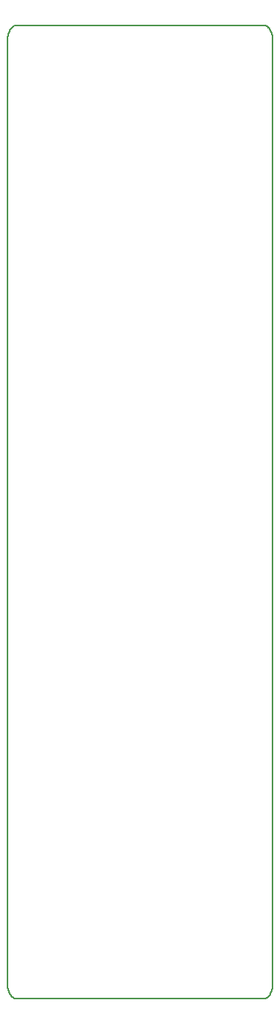
<source format=gm1>
G04 MADE WITH FRITZING*
G04 WWW.FRITZING.ORG*
G04 DOUBLE SIDED*
G04 HOLES PLATED*
G04 CONTOUR ON CENTER OF CONTOUR VECTOR*
%ASAXBY*%
%FSLAX23Y23*%
%MOIN*%
%OFA0B0*%
%SFA1.0B1.0*%
%ADD10C,0.005000*%
%ADD10C,0.008*%
%LNCONTOUR*%
G90*
G70*
G54D10*
G54D10*
X36Y4331D02*
X37Y4331D01*
X38Y4331D01*
X39Y4331D01*
X40Y4331D01*
X41Y4331D01*
X42Y4331D01*
X43Y4331D01*
X44Y4331D01*
X45Y4331D01*
X46Y4331D01*
X47Y4331D01*
X48Y4331D01*
X49Y4331D01*
X50Y4331D01*
X51Y4331D01*
X52Y4331D01*
X53Y4331D01*
X54Y4331D01*
X55Y4331D01*
X56Y4331D01*
X57Y4331D01*
X58Y4331D01*
X59Y4331D01*
X60Y4331D01*
X61Y4331D01*
X62Y4331D01*
X63Y4331D01*
X64Y4331D01*
X65Y4331D01*
X66Y4331D01*
X67Y4331D01*
X68Y4331D01*
X69Y4331D01*
X70Y4331D01*
X71Y4331D01*
X72Y4331D01*
X73Y4331D01*
X74Y4331D01*
X75Y4331D01*
X76Y4331D01*
X77Y4331D01*
X78Y4331D01*
X79Y4331D01*
X80Y4331D01*
X81Y4331D01*
X82Y4331D01*
X83Y4331D01*
X84Y4331D01*
X85Y4331D01*
X86Y4331D01*
X87Y4331D01*
X88Y4331D01*
X89Y4331D01*
X90Y4331D01*
X91Y4331D01*
X92Y4331D01*
X93Y4331D01*
X94Y4331D01*
X95Y4331D01*
X96Y4331D01*
X97Y4331D01*
X98Y4331D01*
X99Y4331D01*
X100Y4331D01*
X101Y4331D01*
X102Y4331D01*
X103Y4331D01*
X104Y4331D01*
X105Y4331D01*
X106Y4331D01*
X107Y4331D01*
X108Y4331D01*
X109Y4331D01*
X110Y4331D01*
X111Y4331D01*
X112Y4331D01*
X113Y4331D01*
X114Y4331D01*
X115Y4331D01*
X116Y4331D01*
X117Y4331D01*
X118Y4331D01*
X119Y4331D01*
X120Y4331D01*
X121Y4331D01*
X122Y4331D01*
X123Y4331D01*
X124Y4331D01*
X125Y4331D01*
X126Y4331D01*
X127Y4331D01*
X128Y4331D01*
X129Y4331D01*
X130Y4331D01*
X131Y4331D01*
X132Y4331D01*
X133Y4331D01*
X134Y4331D01*
X135Y4331D01*
X136Y4331D01*
X137Y4331D01*
X138Y4331D01*
X139Y4331D01*
X140Y4331D01*
X141Y4331D01*
X142Y4331D01*
X143Y4331D01*
X144Y4331D01*
X145Y4331D01*
X146Y4331D01*
X147Y4331D01*
X148Y4331D01*
X149Y4331D01*
X150Y4331D01*
X151Y4331D01*
X152Y4331D01*
X153Y4331D01*
X154Y4331D01*
X155Y4331D01*
X156Y4331D01*
X157Y4331D01*
X158Y4331D01*
X159Y4331D01*
X160Y4331D01*
X161Y4331D01*
X162Y4331D01*
X163Y4331D01*
X164Y4331D01*
X165Y4331D01*
X166Y4331D01*
X167Y4331D01*
X168Y4331D01*
X169Y4331D01*
X170Y4331D01*
X171Y4331D01*
X172Y4331D01*
X173Y4331D01*
X174Y4331D01*
X175Y4331D01*
X176Y4331D01*
X177Y4331D01*
X178Y4331D01*
X179Y4331D01*
X180Y4331D01*
X181Y4331D01*
X182Y4331D01*
X183Y4331D01*
X184Y4331D01*
X185Y4331D01*
X186Y4331D01*
X187Y4331D01*
X188Y4331D01*
X189Y4331D01*
X190Y4331D01*
X191Y4331D01*
X192Y4331D01*
X193Y4331D01*
X194Y4331D01*
X195Y4331D01*
X196Y4331D01*
X197Y4331D01*
X198Y4331D01*
X199Y4331D01*
X200Y4331D01*
X201Y4331D01*
X202Y4331D01*
X203Y4331D01*
X204Y4331D01*
X205Y4331D01*
X206Y4331D01*
X207Y4331D01*
X208Y4331D01*
X209Y4331D01*
X210Y4331D01*
X211Y4331D01*
X212Y4331D01*
X213Y4331D01*
X214Y4331D01*
X215Y4331D01*
X216Y4331D01*
X217Y4331D01*
X218Y4331D01*
X219Y4331D01*
X220Y4331D01*
X221Y4331D01*
X222Y4331D01*
X223Y4331D01*
X224Y4331D01*
X225Y4331D01*
X226Y4331D01*
X227Y4331D01*
X228Y4331D01*
X229Y4331D01*
X230Y4331D01*
X231Y4331D01*
X232Y4331D01*
X233Y4331D01*
X234Y4331D01*
X235Y4331D01*
X236Y4331D01*
X237Y4331D01*
X238Y4331D01*
X239Y4331D01*
X240Y4331D01*
X241Y4331D01*
X242Y4331D01*
X243Y4331D01*
X244Y4331D01*
X245Y4331D01*
X246Y4331D01*
X247Y4331D01*
X248Y4331D01*
X249Y4331D01*
X250Y4331D01*
X251Y4331D01*
X252Y4331D01*
X253Y4331D01*
X254Y4331D01*
X255Y4331D01*
X256Y4331D01*
X257Y4331D01*
X258Y4331D01*
X259Y4331D01*
X260Y4331D01*
X261Y4331D01*
X262Y4331D01*
X263Y4331D01*
X264Y4331D01*
X265Y4331D01*
X266Y4331D01*
X267Y4331D01*
X268Y4331D01*
X269Y4331D01*
X270Y4331D01*
X271Y4331D01*
X272Y4331D01*
X273Y4331D01*
X274Y4331D01*
X275Y4331D01*
X276Y4331D01*
X277Y4331D01*
X278Y4331D01*
X279Y4331D01*
X280Y4331D01*
X281Y4331D01*
X282Y4331D01*
X283Y4331D01*
X284Y4331D01*
X285Y4331D01*
X286Y4331D01*
X287Y4331D01*
X288Y4331D01*
X289Y4331D01*
X290Y4331D01*
X291Y4331D01*
X292Y4331D01*
X293Y4331D01*
X294Y4331D01*
X295Y4331D01*
X296Y4331D01*
X297Y4331D01*
X298Y4331D01*
X299Y4331D01*
X300Y4331D01*
X301Y4331D01*
X302Y4331D01*
X303Y4331D01*
X304Y4331D01*
X305Y4331D01*
X306Y4331D01*
X307Y4331D01*
X308Y4331D01*
X309Y4331D01*
X310Y4331D01*
X311Y4331D01*
X312Y4331D01*
X313Y4331D01*
X314Y4331D01*
X315Y4331D01*
X316Y4331D01*
X317Y4331D01*
X318Y4331D01*
X319Y4331D01*
X320Y4331D01*
X321Y4331D01*
X322Y4331D01*
X323Y4331D01*
X324Y4331D01*
X325Y4331D01*
X326Y4331D01*
X327Y4331D01*
X328Y4331D01*
X329Y4331D01*
X330Y4331D01*
X331Y4331D01*
X332Y4331D01*
X333Y4331D01*
X334Y4331D01*
X335Y4331D01*
X336Y4331D01*
X337Y4331D01*
X338Y4331D01*
X339Y4331D01*
X340Y4331D01*
X341Y4331D01*
X342Y4331D01*
X343Y4331D01*
X344Y4331D01*
X345Y4331D01*
X346Y4331D01*
X347Y4331D01*
X348Y4331D01*
X349Y4331D01*
X350Y4331D01*
X351Y4331D01*
X352Y4331D01*
X353Y4331D01*
X354Y4331D01*
X355Y4331D01*
X356Y4331D01*
X357Y4331D01*
X358Y4331D01*
X359Y4331D01*
X360Y4331D01*
X361Y4331D01*
X362Y4331D01*
X363Y4331D01*
X364Y4331D01*
X365Y4331D01*
X366Y4331D01*
X367Y4331D01*
X368Y4331D01*
X369Y4331D01*
X370Y4331D01*
X371Y4331D01*
X372Y4331D01*
X373Y4331D01*
X374Y4331D01*
X375Y4331D01*
X376Y4331D01*
X377Y4331D01*
X378Y4331D01*
X379Y4331D01*
X380Y4331D01*
X381Y4331D01*
X382Y4331D01*
X383Y4331D01*
X384Y4331D01*
X385Y4331D01*
X386Y4331D01*
X387Y4331D01*
X388Y4331D01*
X389Y4331D01*
X390Y4331D01*
X391Y4331D01*
X392Y4331D01*
X393Y4331D01*
X394Y4331D01*
X395Y4331D01*
X396Y4331D01*
X397Y4331D01*
X398Y4331D01*
X399Y4331D01*
X400Y4331D01*
X401Y4331D01*
X402Y4331D01*
X403Y4331D01*
X404Y4331D01*
X405Y4331D01*
X406Y4331D01*
X407Y4331D01*
X408Y4331D01*
X409Y4331D01*
X410Y4331D01*
X411Y4331D01*
X412Y4331D01*
X413Y4331D01*
X414Y4331D01*
X415Y4331D01*
X416Y4331D01*
X417Y4331D01*
X418Y4331D01*
X419Y4331D01*
X420Y4331D01*
X421Y4331D01*
X422Y4331D01*
X423Y4331D01*
X424Y4331D01*
X425Y4331D01*
X426Y4331D01*
X427Y4331D01*
X428Y4331D01*
X429Y4331D01*
X430Y4331D01*
X431Y4331D01*
X432Y4331D01*
X433Y4331D01*
X434Y4331D01*
X435Y4331D01*
X436Y4331D01*
X437Y4331D01*
X438Y4331D01*
X439Y4331D01*
X440Y4331D01*
X441Y4331D01*
X442Y4331D01*
X443Y4331D01*
X444Y4331D01*
X445Y4331D01*
X446Y4331D01*
X447Y4331D01*
X448Y4331D01*
X449Y4331D01*
X450Y4331D01*
X451Y4331D01*
X452Y4331D01*
X453Y4331D01*
X454Y4331D01*
X455Y4331D01*
X456Y4331D01*
X457Y4331D01*
X458Y4331D01*
X459Y4331D01*
X460Y4331D01*
X461Y4331D01*
X462Y4331D01*
X463Y4331D01*
X464Y4331D01*
X465Y4331D01*
X466Y4331D01*
X467Y4331D01*
X468Y4331D01*
X469Y4331D01*
X470Y4331D01*
X471Y4331D01*
X472Y4331D01*
X473Y4331D01*
X474Y4331D01*
X475Y4331D01*
X476Y4331D01*
X477Y4331D01*
X478Y4331D01*
X479Y4331D01*
X480Y4331D01*
X481Y4331D01*
X482Y4331D01*
X483Y4331D01*
X484Y4331D01*
X485Y4331D01*
X486Y4331D01*
X487Y4331D01*
X488Y4331D01*
X489Y4331D01*
X490Y4331D01*
X491Y4331D01*
X492Y4331D01*
X493Y4331D01*
X494Y4331D01*
X495Y4331D01*
X496Y4331D01*
X497Y4331D01*
X498Y4331D01*
X499Y4331D01*
X500Y4331D01*
X501Y4331D01*
X502Y4331D01*
X503Y4331D01*
X504Y4331D01*
X505Y4331D01*
X506Y4331D01*
X507Y4331D01*
X508Y4331D01*
X509Y4331D01*
X510Y4331D01*
X511Y4331D01*
X512Y4331D01*
X513Y4331D01*
X514Y4331D01*
X515Y4331D01*
X516Y4331D01*
X517Y4331D01*
X518Y4331D01*
X519Y4331D01*
X520Y4331D01*
X521Y4331D01*
X522Y4331D01*
X523Y4331D01*
X524Y4331D01*
X525Y4331D01*
X526Y4331D01*
X527Y4331D01*
X528Y4331D01*
X529Y4331D01*
X530Y4331D01*
X531Y4331D01*
X532Y4331D01*
X533Y4331D01*
X534Y4331D01*
X535Y4331D01*
X536Y4331D01*
X537Y4331D01*
X538Y4331D01*
X539Y4331D01*
X540Y4331D01*
X541Y4331D01*
X542Y4331D01*
X543Y4331D01*
X544Y4331D01*
X545Y4331D01*
X546Y4331D01*
X547Y4331D01*
X548Y4331D01*
X549Y4331D01*
X550Y4331D01*
X551Y4331D01*
X552Y4331D01*
X553Y4331D01*
X554Y4331D01*
X555Y4331D01*
X556Y4331D01*
X557Y4331D01*
X558Y4331D01*
X559Y4331D01*
X560Y4331D01*
X561Y4331D01*
X562Y4331D01*
X563Y4331D01*
X564Y4331D01*
X565Y4331D01*
X566Y4331D01*
X567Y4331D01*
X568Y4331D01*
X569Y4331D01*
X570Y4331D01*
X571Y4331D01*
X572Y4331D01*
X573Y4331D01*
X574Y4331D01*
X575Y4331D01*
X576Y4331D01*
X577Y4331D01*
X578Y4331D01*
X579Y4331D01*
X580Y4331D01*
X581Y4331D01*
X582Y4331D01*
X583Y4331D01*
X584Y4331D01*
X585Y4331D01*
X586Y4331D01*
X587Y4331D01*
X588Y4331D01*
X589Y4331D01*
X590Y4331D01*
X591Y4331D01*
X592Y4331D01*
X593Y4331D01*
X594Y4331D01*
X595Y4331D01*
X596Y4331D01*
X597Y4331D01*
X598Y4331D01*
X599Y4331D01*
X600Y4331D01*
X601Y4331D01*
X602Y4331D01*
X603Y4331D01*
X604Y4331D01*
X605Y4331D01*
X606Y4331D01*
X607Y4331D01*
X608Y4331D01*
X609Y4331D01*
X610Y4331D01*
X611Y4331D01*
X612Y4331D01*
X613Y4331D01*
X614Y4331D01*
X615Y4331D01*
X616Y4331D01*
X617Y4331D01*
X618Y4331D01*
X619Y4331D01*
X620Y4331D01*
X621Y4331D01*
X622Y4331D01*
X623Y4331D01*
X624Y4331D01*
X625Y4331D01*
X626Y4331D01*
X627Y4331D01*
X628Y4331D01*
X629Y4331D01*
X630Y4331D01*
X631Y4331D01*
X632Y4331D01*
X633Y4331D01*
X634Y4331D01*
X635Y4331D01*
X636Y4331D01*
X637Y4331D01*
X638Y4331D01*
X639Y4331D01*
X640Y4331D01*
X641Y4331D01*
X642Y4331D01*
X643Y4331D01*
X644Y4331D01*
X645Y4331D01*
X646Y4331D01*
X647Y4331D01*
X648Y4331D01*
X649Y4331D01*
X650Y4331D01*
X651Y4331D01*
X652Y4331D01*
X653Y4331D01*
X654Y4331D01*
X655Y4331D01*
X656Y4331D01*
X657Y4331D01*
X658Y4331D01*
X659Y4331D01*
X660Y4331D01*
X661Y4331D01*
X662Y4331D01*
X663Y4331D01*
X664Y4331D01*
X665Y4331D01*
X666Y4331D01*
X667Y4331D01*
X668Y4331D01*
X669Y4331D01*
X670Y4331D01*
X671Y4331D01*
X672Y4331D01*
X673Y4331D01*
X674Y4331D01*
X675Y4331D01*
X676Y4331D01*
X677Y4331D01*
X678Y4331D01*
X679Y4331D01*
X680Y4331D01*
X681Y4331D01*
X682Y4331D01*
X683Y4331D01*
X684Y4331D01*
X685Y4331D01*
X686Y4331D01*
X687Y4331D01*
X688Y4331D01*
X689Y4331D01*
X690Y4331D01*
X691Y4331D01*
X692Y4331D01*
X693Y4331D01*
X694Y4331D01*
X695Y4331D01*
X696Y4331D01*
X697Y4331D01*
X698Y4331D01*
X699Y4331D01*
X700Y4331D01*
X701Y4331D01*
X702Y4331D01*
X703Y4331D01*
X704Y4331D01*
X705Y4331D01*
X706Y4331D01*
X707Y4331D01*
X708Y4331D01*
X709Y4331D01*
X710Y4331D01*
X711Y4331D01*
X712Y4331D01*
X713Y4331D01*
X714Y4331D01*
X715Y4331D01*
X716Y4331D01*
X717Y4331D01*
X718Y4331D01*
X719Y4331D01*
X720Y4331D01*
X721Y4331D01*
X722Y4331D01*
X723Y4331D01*
X724Y4331D01*
X725Y4331D01*
X726Y4331D01*
X727Y4331D01*
X728Y4331D01*
X729Y4331D01*
X730Y4331D01*
X731Y4331D01*
X732Y4331D01*
X733Y4331D01*
X734Y4331D01*
X735Y4331D01*
X736Y4331D01*
X737Y4331D01*
X738Y4331D01*
X739Y4331D01*
X740Y4331D01*
X741Y4331D01*
X742Y4331D01*
X743Y4331D01*
X744Y4331D01*
X745Y4331D01*
X746Y4331D01*
X747Y4331D01*
X748Y4331D01*
X749Y4331D01*
X750Y4331D01*
X751Y4331D01*
X752Y4331D01*
X753Y4331D01*
X754Y4331D01*
X755Y4331D01*
X756Y4331D01*
X757Y4331D01*
X758Y4331D01*
X759Y4331D01*
X760Y4331D01*
X761Y4331D01*
X762Y4331D01*
X763Y4331D01*
X764Y4331D01*
X765Y4331D01*
X766Y4331D01*
X767Y4331D01*
X768Y4331D01*
X769Y4331D01*
X770Y4331D01*
X771Y4331D01*
X772Y4331D01*
X773Y4331D01*
X774Y4331D01*
X775Y4331D01*
X776Y4331D01*
X777Y4331D01*
X778Y4331D01*
X779Y4331D01*
X780Y4331D01*
X781Y4331D01*
X782Y4331D01*
X783Y4331D01*
X784Y4331D01*
X785Y4331D01*
X786Y4331D01*
X787Y4331D01*
X788Y4331D01*
X789Y4331D01*
X790Y4331D01*
X791Y4331D01*
X792Y4331D01*
X793Y4331D01*
X794Y4331D01*
X795Y4331D01*
X796Y4331D01*
X797Y4331D01*
X798Y4331D01*
X799Y4331D01*
X800Y4331D01*
X801Y4331D01*
X802Y4331D01*
X803Y4331D01*
X804Y4331D01*
X805Y4331D01*
X806Y4331D01*
X807Y4331D01*
X808Y4331D01*
X809Y4331D01*
X810Y4331D01*
X811Y4331D01*
X812Y4331D01*
X813Y4331D01*
X814Y4331D01*
X815Y4331D01*
X816Y4331D01*
X817Y4331D01*
X818Y4331D01*
X819Y4331D01*
X820Y4331D01*
X821Y4331D01*
X822Y4331D01*
X823Y4331D01*
X824Y4331D01*
X825Y4331D01*
X826Y4331D01*
X827Y4331D01*
X828Y4331D01*
X829Y4331D01*
X830Y4331D01*
X831Y4331D01*
X832Y4331D01*
X833Y4331D01*
X834Y4331D01*
X835Y4331D01*
X836Y4331D01*
X837Y4331D01*
X838Y4331D01*
X839Y4331D01*
X840Y4331D01*
X841Y4331D01*
X842Y4331D01*
X843Y4331D01*
X844Y4331D01*
X845Y4331D01*
X846Y4331D01*
X847Y4331D01*
X848Y4331D01*
X849Y4331D01*
X850Y4331D01*
X851Y4331D01*
X852Y4331D01*
X853Y4331D01*
X854Y4331D01*
X855Y4331D01*
X856Y4331D01*
X857Y4331D01*
X858Y4331D01*
X859Y4331D01*
X860Y4331D01*
X861Y4331D01*
X862Y4331D01*
X863Y4331D01*
X864Y4331D01*
X865Y4331D01*
X866Y4331D01*
X867Y4331D01*
X868Y4331D01*
X869Y4331D01*
X870Y4331D01*
X871Y4331D01*
X872Y4331D01*
X873Y4331D01*
X874Y4331D01*
X875Y4331D01*
X876Y4331D01*
X877Y4331D01*
X878Y4331D01*
X879Y4331D01*
X880Y4331D01*
X881Y4331D01*
X882Y4331D01*
X883Y4331D01*
X884Y4331D01*
X885Y4331D01*
X886Y4331D01*
X887Y4331D01*
X888Y4331D01*
X889Y4331D01*
X890Y4331D01*
X891Y4331D01*
X892Y4331D01*
X893Y4331D01*
X894Y4331D01*
X895Y4331D01*
X896Y4331D01*
X897Y4331D01*
X898Y4331D01*
X899Y4331D01*
X900Y4331D01*
X901Y4331D01*
X902Y4331D01*
X903Y4331D01*
X904Y4331D01*
X905Y4331D01*
X906Y4331D01*
X907Y4331D01*
X908Y4331D01*
X909Y4331D01*
X910Y4331D01*
X911Y4331D01*
X912Y4331D01*
X913Y4331D01*
X914Y4331D01*
X915Y4331D01*
X916Y4331D01*
X917Y4331D01*
X918Y4331D01*
X919Y4331D01*
X920Y4331D01*
X921Y4331D01*
X922Y4331D01*
X923Y4331D01*
X924Y4331D01*
X925Y4331D01*
X926Y4331D01*
X927Y4331D01*
X928Y4331D01*
X929Y4331D01*
X930Y4331D01*
X931Y4331D01*
X932Y4331D01*
X933Y4331D01*
X934Y4331D01*
X935Y4331D01*
X936Y4331D01*
X937Y4331D01*
X938Y4331D01*
X939Y4331D01*
X940Y4331D01*
X941Y4331D01*
X942Y4331D01*
X943Y4331D01*
X944Y4331D01*
X945Y4331D01*
X946Y4331D01*
X947Y4331D01*
X948Y4331D01*
X949Y4331D01*
X950Y4331D01*
X951Y4331D01*
X952Y4331D01*
X953Y4331D01*
X954Y4331D01*
X955Y4331D01*
X956Y4331D01*
X957Y4331D01*
X958Y4331D01*
X959Y4331D01*
X960Y4331D01*
X961Y4331D01*
X962Y4331D01*
X963Y4331D01*
X964Y4331D01*
X965Y4331D01*
X966Y4331D01*
X967Y4331D01*
X968Y4331D01*
X969Y4331D01*
X970Y4331D01*
X971Y4331D01*
X972Y4331D01*
X973Y4331D01*
X974Y4331D01*
X975Y4331D01*
X976Y4331D01*
X977Y4331D01*
X978Y4331D01*
X979Y4331D01*
X980Y4331D01*
X981Y4331D01*
X982Y4331D01*
X983Y4331D01*
X984Y4331D01*
X985Y4331D01*
X986Y4331D01*
X987Y4331D01*
X988Y4331D01*
X989Y4331D01*
X990Y4331D01*
X991Y4331D01*
X992Y4331D01*
X993Y4331D01*
X994Y4331D01*
X995Y4331D01*
X996Y4331D01*
X997Y4331D01*
X998Y4331D01*
X999Y4331D01*
X1000Y4331D01*
X1001Y4331D01*
X1002Y4331D01*
X1003Y4331D01*
X1004Y4331D01*
X1005Y4331D01*
X1006Y4331D01*
X1007Y4331D01*
X1008Y4331D01*
X1009Y4331D01*
X1010Y4331D01*
X1011Y4331D01*
X1012Y4331D01*
X1013Y4331D01*
X1014Y4331D01*
X1015Y4331D01*
X1016Y4331D01*
X1017Y4331D01*
X1018Y4331D01*
X1019Y4331D01*
X1020Y4331D01*
X1021Y4331D01*
X1022Y4331D01*
X1023Y4331D01*
X1024Y4331D01*
X1025Y4331D01*
X1026Y4331D01*
X1027Y4331D01*
X1028Y4331D01*
X1029Y4331D01*
X1030Y4331D01*
X1031Y4331D01*
X1032Y4331D01*
X1033Y4331D01*
X1034Y4331D01*
X1035Y4331D01*
X1036Y4331D01*
X1037Y4331D01*
X1038Y4331D01*
X1039Y4331D01*
X1040Y4331D01*
X1041Y4331D01*
X1042Y4331D01*
X1043Y4331D01*
X1044Y4331D01*
X1045Y4331D01*
X1046Y4331D01*
X1047Y4331D01*
X1048Y4331D01*
X1049Y4331D01*
X1050Y4331D01*
X1051Y4331D01*
X1052Y4331D01*
X1053Y4331D01*
X1054Y4331D01*
X1055Y4331D01*
X1056Y4331D01*
X1057Y4331D01*
X1058Y4331D01*
X1059Y4331D01*
X1060Y4331D01*
X1061Y4331D01*
X1062Y4331D01*
X1063Y4331D01*
X1064Y4331D01*
X1065Y4331D01*
X1066Y4331D01*
X1067Y4331D01*
X1068Y4331D01*
X1069Y4331D01*
X1070Y4331D01*
X1071Y4331D01*
X1072Y4331D01*
X1073Y4331D01*
X1074Y4331D01*
X1075Y4331D01*
X1076Y4331D01*
X1077Y4331D01*
X1078Y4331D01*
X1079Y4331D01*
X1080Y4331D01*
X1081Y4331D01*
X1082Y4331D01*
X1083Y4331D01*
X1084Y4331D01*
X1085Y4331D01*
X1086Y4331D01*
X1087Y4331D01*
X1088Y4331D01*
X1089Y4331D01*
X1090Y4331D01*
X1091Y4331D01*
X1092Y4331D01*
X1093Y4331D01*
X1094Y4331D01*
X1095Y4331D01*
X1096Y4331D01*
X1097Y4331D01*
X1098Y4331D01*
X1099Y4331D01*
X1100Y4331D01*
X1101Y4331D01*
X1102Y4331D01*
X1103Y4331D01*
X1104Y4331D01*
X1105Y4331D01*
X1106Y4331D01*
X1107Y4331D01*
X1108Y4331D01*
X1109Y4331D01*
X1110Y4331D01*
X1111Y4331D01*
X1112Y4331D01*
X1113Y4331D01*
X1114Y4331D01*
X1115Y4331D01*
X1116Y4331D01*
X1117Y4331D01*
X1118Y4331D01*
X1119Y4331D01*
X1120Y4331D01*
X1121Y4331D01*
X1122Y4331D01*
X1123Y4331D01*
X1124Y4331D01*
X1125Y4331D01*
X1126Y4331D01*
X1127Y4331D01*
X1128Y4331D01*
X1129Y4331D01*
X1130Y4331D01*
X1131Y4331D01*
X1132Y4331D01*
X1133Y4331D01*
X1134Y4331D01*
X1135Y4331D01*
X1136Y4331D01*
X1137Y4331D01*
X1138Y4331D01*
X1139Y4331D01*
X1140Y4331D01*
X1141Y4331D01*
X1142Y4331D01*
X1143Y4331D01*
X1144Y4331D01*
X1145Y4330D01*
X1146Y4330D01*
X1147Y4330D01*
X1148Y4329D01*
X1149Y4329D01*
X1150Y4329D01*
X1151Y4328D01*
X1152Y4328D01*
X1153Y4327D01*
X1154Y4327D01*
X1155Y4326D01*
X1156Y4325D01*
X1157Y4325D01*
X1158Y4324D01*
X1159Y4323D01*
X1160Y4322D01*
X1161Y4321D01*
X1162Y4320D01*
X1163Y4319D01*
X1164Y4318D01*
X1165Y4317D01*
X1165Y4316D01*
X1166Y4315D01*
X1167Y4314D01*
X1168Y4313D01*
X1168Y4312D01*
X1169Y4311D01*
X1169Y4310D01*
X1170Y4309D01*
X1170Y4308D01*
X1171Y4307D01*
X1171Y4306D01*
X1172Y4305D01*
X1172Y4304D01*
X1173Y4303D01*
X1173Y4302D01*
X1174Y4301D01*
X1174Y4299D01*
X1175Y4298D01*
X1175Y4296D01*
X1176Y4295D01*
X1176Y4293D01*
X1177Y4292D01*
X1177Y4289D01*
X1178Y4288D01*
X1178Y4284D01*
X1179Y4283D01*
X1179Y4277D01*
X1180Y4276D01*
X1180Y57D01*
X1179Y56D01*
X1179Y50D01*
X1178Y49D01*
X1178Y45D01*
X1177Y44D01*
X1177Y41D01*
X1176Y40D01*
X1176Y38D01*
X1175Y37D01*
X1175Y35D01*
X1174Y34D01*
X1174Y32D01*
X1173Y31D01*
X1173Y30D01*
X1172Y29D01*
X1172Y28D01*
X1171Y27D01*
X1171Y26D01*
X1170Y25D01*
X1170Y24D01*
X1169Y23D01*
X1169Y22D01*
X1168Y21D01*
X1168Y20D01*
X1167Y19D01*
X1166Y18D01*
X1165Y17D01*
X1165Y16D01*
X1164Y15D01*
X1163Y14D01*
X1162Y13D01*
X1161Y12D01*
X1160Y11D01*
X1159Y10D01*
X1158Y9D01*
X1157Y8D01*
X1156Y8D01*
X1155Y7D01*
X1154Y6D01*
X1153Y6D01*
X1152Y5D01*
X1151Y5D01*
X1150Y4D01*
X1149Y4D01*
X1148Y4D01*
X1147Y3D01*
X1146Y3D01*
X1145Y3D01*
X1144Y2D01*
X1143Y2D01*
X1142Y2D01*
X1141Y2D01*
X1140Y2D01*
X1139Y2D01*
X1138Y2D01*
X1137Y2D01*
X1136Y2D01*
X1135Y2D01*
X1134Y2D01*
X1133Y2D01*
X1132Y2D01*
X1131Y2D01*
X1130Y2D01*
X1129Y2D01*
X1128Y2D01*
X1127Y2D01*
X1126Y2D01*
X1125Y2D01*
X1124Y2D01*
X1123Y2D01*
X1122Y2D01*
X1121Y2D01*
X1120Y2D01*
X1119Y2D01*
X1118Y2D01*
X1117Y2D01*
X1116Y2D01*
X1115Y2D01*
X1114Y2D01*
X1113Y2D01*
X1112Y2D01*
X1111Y2D01*
X1110Y2D01*
X1109Y2D01*
X1108Y2D01*
X1107Y2D01*
X1106Y2D01*
X1105Y2D01*
X1104Y2D01*
X1103Y2D01*
X1102Y2D01*
X1101Y2D01*
X1100Y2D01*
X1099Y2D01*
X1098Y2D01*
X1097Y2D01*
X1096Y2D01*
X1095Y2D01*
X1094Y2D01*
X1093Y2D01*
X1092Y2D01*
X1091Y2D01*
X1090Y2D01*
X1089Y2D01*
X1088Y2D01*
X1087Y2D01*
X1086Y2D01*
X1085Y2D01*
X1084Y2D01*
X1083Y2D01*
X1082Y2D01*
X1081Y2D01*
X1080Y2D01*
X1079Y2D01*
X1078Y2D01*
X1077Y2D01*
X1076Y2D01*
X1075Y2D01*
X1074Y2D01*
X1073Y2D01*
X1072Y2D01*
X1071Y2D01*
X1070Y2D01*
X1069Y2D01*
X1068Y2D01*
X1067Y2D01*
X1066Y2D01*
X1065Y2D01*
X1064Y2D01*
X1063Y2D01*
X1062Y2D01*
X1061Y2D01*
X1060Y2D01*
X1059Y2D01*
X1058Y2D01*
X1057Y2D01*
X1056Y2D01*
X1055Y2D01*
X1054Y2D01*
X1053Y2D01*
X1052Y2D01*
X1051Y2D01*
X1050Y2D01*
X1049Y2D01*
X1048Y2D01*
X1047Y2D01*
X1046Y2D01*
X1045Y2D01*
X1044Y2D01*
X1043Y2D01*
X1042Y2D01*
X1041Y2D01*
X1040Y2D01*
X1039Y2D01*
X1038Y2D01*
X1037Y2D01*
X1036Y2D01*
X1035Y2D01*
X1034Y2D01*
X1033Y2D01*
X1032Y2D01*
X1031Y2D01*
X1030Y2D01*
X1029Y2D01*
X1028Y2D01*
X1027Y2D01*
X1026Y2D01*
X1025Y2D01*
X1024Y2D01*
X1023Y2D01*
X1022Y2D01*
X1021Y2D01*
X1020Y2D01*
X1019Y2D01*
X1018Y2D01*
X1017Y2D01*
X1016Y2D01*
X1015Y2D01*
X1014Y2D01*
X1013Y2D01*
X1012Y2D01*
X1011Y2D01*
X1010Y2D01*
X1009Y2D01*
X1008Y2D01*
X1007Y2D01*
X1006Y2D01*
X1005Y2D01*
X1004Y2D01*
X1003Y2D01*
X1002Y2D01*
X1001Y2D01*
X1000Y2D01*
X999Y2D01*
X998Y2D01*
X997Y2D01*
X996Y2D01*
X995Y2D01*
X994Y2D01*
X993Y2D01*
X992Y2D01*
X991Y2D01*
X990Y2D01*
X989Y2D01*
X988Y2D01*
X987Y2D01*
X986Y2D01*
X985Y2D01*
X984Y2D01*
X983Y2D01*
X982Y2D01*
X981Y2D01*
X980Y2D01*
X979Y2D01*
X978Y2D01*
X977Y2D01*
X976Y2D01*
X975Y2D01*
X974Y2D01*
X973Y2D01*
X972Y2D01*
X971Y2D01*
X970Y2D01*
X969Y2D01*
X968Y2D01*
X967Y2D01*
X966Y2D01*
X965Y2D01*
X964Y2D01*
X963Y2D01*
X962Y2D01*
X961Y2D01*
X960Y2D01*
X959Y2D01*
X958Y2D01*
X957Y2D01*
X956Y2D01*
X955Y2D01*
X954Y2D01*
X953Y2D01*
X952Y2D01*
X951Y2D01*
X950Y2D01*
X949Y2D01*
X948Y2D01*
X947Y2D01*
X946Y2D01*
X945Y2D01*
X944Y2D01*
X943Y2D01*
X942Y2D01*
X941Y2D01*
X940Y2D01*
X939Y2D01*
X938Y2D01*
X937Y2D01*
X936Y2D01*
X935Y2D01*
X934Y2D01*
X933Y2D01*
X932Y2D01*
X931Y2D01*
X930Y2D01*
X929Y2D01*
X928Y2D01*
X927Y2D01*
X926Y2D01*
X925Y2D01*
X924Y2D01*
X923Y2D01*
X922Y2D01*
X921Y2D01*
X920Y2D01*
X919Y2D01*
X918Y2D01*
X917Y2D01*
X916Y2D01*
X915Y2D01*
X914Y2D01*
X913Y2D01*
X912Y2D01*
X911Y2D01*
X910Y2D01*
X909Y2D01*
X908Y2D01*
X907Y2D01*
X906Y2D01*
X905Y2D01*
X904Y2D01*
X903Y2D01*
X902Y2D01*
X901Y2D01*
X900Y2D01*
X899Y2D01*
X898Y2D01*
X897Y2D01*
X896Y2D01*
X895Y2D01*
X894Y2D01*
X893Y2D01*
X892Y2D01*
X891Y2D01*
X890Y2D01*
X889Y2D01*
X888Y2D01*
X887Y2D01*
X886Y2D01*
X885Y2D01*
X884Y2D01*
X883Y2D01*
X882Y2D01*
X881Y2D01*
X880Y2D01*
X879Y2D01*
X878Y2D01*
X877Y2D01*
X876Y2D01*
X875Y2D01*
X874Y2D01*
X873Y2D01*
X872Y2D01*
X871Y2D01*
X870Y2D01*
X869Y2D01*
X868Y2D01*
X867Y2D01*
X866Y2D01*
X865Y2D01*
X864Y2D01*
X863Y2D01*
X862Y2D01*
X861Y2D01*
X860Y2D01*
X859Y2D01*
X858Y2D01*
X857Y2D01*
X856Y2D01*
X855Y2D01*
X854Y2D01*
X853Y2D01*
X852Y2D01*
X851Y2D01*
X850Y2D01*
X849Y2D01*
X848Y2D01*
X847Y2D01*
X846Y2D01*
X845Y2D01*
X844Y2D01*
X843Y2D01*
X842Y2D01*
X841Y2D01*
X840Y2D01*
X839Y2D01*
X838Y2D01*
X837Y2D01*
X836Y2D01*
X835Y2D01*
X834Y2D01*
X833Y2D01*
X832Y2D01*
X831Y2D01*
X830Y2D01*
X829Y2D01*
X828Y2D01*
X827Y2D01*
X826Y2D01*
X825Y2D01*
X824Y2D01*
X823Y2D01*
X822Y2D01*
X821Y2D01*
X820Y2D01*
X819Y2D01*
X818Y2D01*
X817Y2D01*
X816Y2D01*
X815Y2D01*
X814Y2D01*
X813Y2D01*
X812Y2D01*
X811Y2D01*
X810Y2D01*
X809Y2D01*
X808Y2D01*
X807Y2D01*
X806Y2D01*
X805Y2D01*
X804Y2D01*
X803Y2D01*
X802Y2D01*
X801Y2D01*
X800Y2D01*
X799Y2D01*
X798Y2D01*
X797Y2D01*
X796Y2D01*
X795Y2D01*
X794Y2D01*
X793Y2D01*
X792Y2D01*
X791Y2D01*
X790Y2D01*
X789Y2D01*
X788Y2D01*
X787Y2D01*
X786Y2D01*
X785Y2D01*
X784Y2D01*
X783Y2D01*
X782Y2D01*
X781Y2D01*
X780Y2D01*
X779Y2D01*
X778Y2D01*
X777Y2D01*
X776Y2D01*
X775Y2D01*
X774Y2D01*
X773Y2D01*
X772Y2D01*
X771Y2D01*
X770Y2D01*
X769Y2D01*
X768Y2D01*
X767Y2D01*
X766Y2D01*
X765Y2D01*
X764Y2D01*
X763Y2D01*
X762Y2D01*
X761Y2D01*
X760Y2D01*
X759Y2D01*
X758Y2D01*
X757Y2D01*
X756Y2D01*
X755Y2D01*
X754Y2D01*
X753Y2D01*
X752Y2D01*
X751Y2D01*
X750Y2D01*
X749Y2D01*
X748Y2D01*
X747Y2D01*
X746Y2D01*
X745Y2D01*
X744Y2D01*
X743Y2D01*
X742Y2D01*
X741Y2D01*
X740Y2D01*
X739Y2D01*
X738Y2D01*
X737Y2D01*
X736Y2D01*
X735Y2D01*
X734Y2D01*
X733Y2D01*
X732Y2D01*
X731Y2D01*
X730Y2D01*
X729Y2D01*
X728Y2D01*
X727Y2D01*
X726Y2D01*
X725Y2D01*
X724Y2D01*
X723Y2D01*
X722Y2D01*
X721Y2D01*
X720Y2D01*
X719Y2D01*
X718Y2D01*
X717Y2D01*
X716Y2D01*
X715Y2D01*
X714Y2D01*
X713Y2D01*
X712Y2D01*
X711Y2D01*
X710Y2D01*
X709Y2D01*
X708Y2D01*
X707Y2D01*
X706Y2D01*
X705Y2D01*
X704Y2D01*
X703Y2D01*
X702Y2D01*
X701Y2D01*
X700Y2D01*
X699Y2D01*
X698Y2D01*
X697Y2D01*
X696Y2D01*
X695Y2D01*
X694Y2D01*
X693Y2D01*
X692Y2D01*
X691Y2D01*
X690Y2D01*
X689Y2D01*
X688Y2D01*
X687Y2D01*
X686Y2D01*
X685Y2D01*
X684Y2D01*
X683Y2D01*
X682Y2D01*
X681Y2D01*
X680Y2D01*
X679Y2D01*
X678Y2D01*
X677Y2D01*
X676Y2D01*
X675Y2D01*
X674Y2D01*
X673Y2D01*
X672Y2D01*
X671Y2D01*
X670Y2D01*
X669Y2D01*
X668Y2D01*
X667Y2D01*
X666Y2D01*
X665Y2D01*
X664Y2D01*
X663Y2D01*
X662Y2D01*
X661Y2D01*
X660Y2D01*
X659Y2D01*
X658Y2D01*
X657Y2D01*
X656Y2D01*
X655Y2D01*
X654Y2D01*
X653Y2D01*
X652Y2D01*
X651Y2D01*
X650Y2D01*
X649Y2D01*
X648Y2D01*
X647Y2D01*
X646Y2D01*
X645Y2D01*
X644Y2D01*
X643Y2D01*
X642Y2D01*
X641Y2D01*
X640Y2D01*
X639Y2D01*
X638Y2D01*
X637Y2D01*
X636Y2D01*
X635Y2D01*
X634Y2D01*
X633Y2D01*
X632Y2D01*
X631Y2D01*
X630Y2D01*
X629Y2D01*
X628Y2D01*
X627Y2D01*
X626Y2D01*
X625Y2D01*
X624Y2D01*
X623Y2D01*
X622Y2D01*
X621Y2D01*
X620Y2D01*
X619Y2D01*
X618Y2D01*
X617Y2D01*
X616Y2D01*
X615Y2D01*
X614Y2D01*
X613Y2D01*
X612Y2D01*
X611Y2D01*
X610Y2D01*
X609Y2D01*
X608Y2D01*
X607Y2D01*
X606Y2D01*
X605Y2D01*
X604Y2D01*
X603Y2D01*
X602Y2D01*
X601Y2D01*
X600Y2D01*
X599Y2D01*
X598Y2D01*
X597Y2D01*
X596Y2D01*
X595Y2D01*
X594Y2D01*
X593Y2D01*
X592Y2D01*
X591Y2D01*
X590Y2D01*
X589Y2D01*
X588Y2D01*
X587Y2D01*
X586Y2D01*
X585Y2D01*
X584Y2D01*
X583Y2D01*
X582Y2D01*
X581Y2D01*
X580Y2D01*
X579Y2D01*
X578Y2D01*
X577Y2D01*
X576Y2D01*
X575Y2D01*
X574Y2D01*
X573Y2D01*
X572Y2D01*
X571Y2D01*
X570Y2D01*
X569Y2D01*
X568Y2D01*
X567Y2D01*
X566Y2D01*
X565Y2D01*
X564Y2D01*
X563Y2D01*
X562Y2D01*
X561Y2D01*
X560Y2D01*
X559Y2D01*
X558Y2D01*
X557Y2D01*
X556Y2D01*
X555Y2D01*
X554Y2D01*
X553Y2D01*
X552Y2D01*
X551Y2D01*
X550Y2D01*
X549Y2D01*
X548Y2D01*
X547Y2D01*
X546Y2D01*
X545Y2D01*
X544Y2D01*
X543Y2D01*
X542Y2D01*
X541Y2D01*
X540Y2D01*
X539Y2D01*
X538Y2D01*
X537Y2D01*
X536Y2D01*
X535Y2D01*
X534Y2D01*
X533Y2D01*
X532Y2D01*
X531Y2D01*
X530Y2D01*
X529Y2D01*
X528Y2D01*
X527Y2D01*
X526Y2D01*
X525Y2D01*
X524Y2D01*
X523Y2D01*
X522Y2D01*
X521Y2D01*
X520Y2D01*
X519Y2D01*
X518Y2D01*
X517Y2D01*
X516Y2D01*
X515Y2D01*
X514Y2D01*
X513Y2D01*
X512Y2D01*
X511Y2D01*
X510Y2D01*
X509Y2D01*
X508Y2D01*
X507Y2D01*
X506Y2D01*
X505Y2D01*
X504Y2D01*
X503Y2D01*
X502Y2D01*
X501Y2D01*
X500Y2D01*
X499Y2D01*
X498Y2D01*
X497Y2D01*
X496Y2D01*
X495Y2D01*
X494Y2D01*
X493Y2D01*
X492Y2D01*
X491Y2D01*
X490Y2D01*
X489Y2D01*
X488Y2D01*
X487Y2D01*
X486Y2D01*
X485Y2D01*
X484Y2D01*
X483Y2D01*
X482Y2D01*
X481Y2D01*
X480Y2D01*
X479Y2D01*
X478Y2D01*
X477Y2D01*
X476Y2D01*
X475Y2D01*
X474Y2D01*
X473Y2D01*
X472Y2D01*
X471Y2D01*
X470Y2D01*
X469Y2D01*
X468Y2D01*
X467Y2D01*
X466Y2D01*
X465Y2D01*
X464Y2D01*
X463Y2D01*
X462Y2D01*
X461Y2D01*
X460Y2D01*
X459Y2D01*
X458Y2D01*
X457Y2D01*
X456Y2D01*
X455Y2D01*
X454Y2D01*
X453Y2D01*
X452Y2D01*
X451Y2D01*
X450Y2D01*
X449Y2D01*
X448Y2D01*
X447Y2D01*
X446Y2D01*
X445Y2D01*
X444Y2D01*
X443Y2D01*
X442Y2D01*
X441Y2D01*
X440Y2D01*
X439Y2D01*
X438Y2D01*
X437Y2D01*
X436Y2D01*
X435Y2D01*
X434Y2D01*
X433Y2D01*
X432Y2D01*
X431Y2D01*
X430Y2D01*
X429Y2D01*
X428Y2D01*
X427Y2D01*
X426Y2D01*
X425Y2D01*
X424Y2D01*
X423Y2D01*
X422Y2D01*
X421Y2D01*
X420Y2D01*
X419Y2D01*
X418Y2D01*
X417Y2D01*
X416Y2D01*
X415Y2D01*
X414Y2D01*
X413Y2D01*
X412Y2D01*
X411Y2D01*
X410Y2D01*
X409Y2D01*
X408Y2D01*
X407Y2D01*
X406Y2D01*
X405Y2D01*
X404Y2D01*
X403Y2D01*
X402Y2D01*
X401Y2D01*
X400Y2D01*
X399Y2D01*
X398Y2D01*
X397Y2D01*
X396Y2D01*
X395Y2D01*
X394Y2D01*
X393Y2D01*
X392Y2D01*
X391Y2D01*
X390Y2D01*
X389Y2D01*
X388Y2D01*
X387Y2D01*
X386Y2D01*
X385Y2D01*
X384Y2D01*
X383Y2D01*
X382Y2D01*
X381Y2D01*
X380Y2D01*
X379Y2D01*
X378Y2D01*
X377Y2D01*
X376Y2D01*
X375Y2D01*
X374Y2D01*
X373Y2D01*
X372Y2D01*
X371Y2D01*
X370Y2D01*
X369Y2D01*
X368Y2D01*
X367Y2D01*
X366Y2D01*
X365Y2D01*
X364Y2D01*
X363Y2D01*
X362Y2D01*
X361Y2D01*
X360Y2D01*
X359Y2D01*
X358Y2D01*
X357Y2D01*
X356Y2D01*
X355Y2D01*
X354Y2D01*
X353Y2D01*
X352Y2D01*
X351Y2D01*
X350Y2D01*
X349Y2D01*
X348Y2D01*
X347Y2D01*
X346Y2D01*
X345Y2D01*
X344Y2D01*
X343Y2D01*
X342Y2D01*
X341Y2D01*
X340Y2D01*
X339Y2D01*
X338Y2D01*
X337Y2D01*
X336Y2D01*
X335Y2D01*
X334Y2D01*
X333Y2D01*
X332Y2D01*
X331Y2D01*
X330Y2D01*
X329Y2D01*
X328Y2D01*
X327Y2D01*
X326Y2D01*
X325Y2D01*
X324Y2D01*
X323Y2D01*
X322Y2D01*
X321Y2D01*
X320Y2D01*
X319Y2D01*
X318Y2D01*
X317Y2D01*
X316Y2D01*
X315Y2D01*
X314Y2D01*
X313Y2D01*
X312Y2D01*
X311Y2D01*
X310Y2D01*
X309Y2D01*
X308Y2D01*
X307Y2D01*
X306Y2D01*
X305Y2D01*
X304Y2D01*
X303Y2D01*
X302Y2D01*
X301Y2D01*
X300Y2D01*
X299Y2D01*
X298Y2D01*
X297Y2D01*
X296Y2D01*
X295Y2D01*
X294Y2D01*
X293Y2D01*
X292Y2D01*
X291Y2D01*
X290Y2D01*
X289Y2D01*
X288Y2D01*
X287Y2D01*
X286Y2D01*
X285Y2D01*
X284Y2D01*
X283Y2D01*
X282Y2D01*
X281Y2D01*
X280Y2D01*
X279Y2D01*
X278Y2D01*
X277Y2D01*
X276Y2D01*
X275Y2D01*
X274Y2D01*
X273Y2D01*
X272Y2D01*
X271Y2D01*
X270Y2D01*
X269Y2D01*
X268Y2D01*
X267Y2D01*
X266Y2D01*
X265Y2D01*
X264Y2D01*
X263Y2D01*
X262Y2D01*
X261Y2D01*
X260Y2D01*
X259Y2D01*
X258Y2D01*
X257Y2D01*
X256Y2D01*
X255Y2D01*
X254Y2D01*
X253Y2D01*
X252Y2D01*
X251Y2D01*
X250Y2D01*
X249Y2D01*
X248Y2D01*
X247Y2D01*
X246Y2D01*
X245Y2D01*
X244Y2D01*
X243Y2D01*
X242Y2D01*
X241Y2D01*
X240Y2D01*
X239Y2D01*
X238Y2D01*
X237Y2D01*
X236Y2D01*
X235Y2D01*
X234Y2D01*
X233Y2D01*
X232Y2D01*
X231Y2D01*
X230Y2D01*
X229Y2D01*
X228Y2D01*
X227Y2D01*
X226Y2D01*
X225Y2D01*
X224Y2D01*
X223Y2D01*
X222Y2D01*
X221Y2D01*
X220Y2D01*
X219Y2D01*
X218Y2D01*
X217Y2D01*
X216Y2D01*
X215Y2D01*
X214Y2D01*
X213Y2D01*
X212Y2D01*
X211Y2D01*
X210Y2D01*
X209Y2D01*
X208Y2D01*
X207Y2D01*
X206Y2D01*
X205Y2D01*
X204Y2D01*
X203Y2D01*
X202Y2D01*
X201Y2D01*
X200Y2D01*
X199Y2D01*
X198Y2D01*
X197Y2D01*
X196Y2D01*
X195Y2D01*
X194Y2D01*
X193Y2D01*
X192Y2D01*
X191Y2D01*
X190Y2D01*
X189Y2D01*
X188Y2D01*
X187Y2D01*
X186Y2D01*
X185Y2D01*
X184Y2D01*
X183Y2D01*
X182Y2D01*
X181Y2D01*
X180Y2D01*
X179Y2D01*
X178Y2D01*
X177Y2D01*
X176Y2D01*
X175Y2D01*
X174Y2D01*
X173Y2D01*
X172Y2D01*
X171Y2D01*
X170Y2D01*
X169Y2D01*
X168Y2D01*
X167Y2D01*
X166Y2D01*
X165Y2D01*
X164Y2D01*
X163Y2D01*
X162Y2D01*
X161Y2D01*
X160Y2D01*
X159Y2D01*
X158Y2D01*
X157Y2D01*
X156Y2D01*
X155Y2D01*
X154Y2D01*
X153Y2D01*
X152Y2D01*
X151Y2D01*
X150Y2D01*
X149Y2D01*
X148Y2D01*
X147Y2D01*
X146Y2D01*
X145Y2D01*
X144Y2D01*
X143Y2D01*
X142Y2D01*
X141Y2D01*
X140Y2D01*
X139Y2D01*
X138Y2D01*
X137Y2D01*
X136Y2D01*
X135Y2D01*
X134Y2D01*
X133Y2D01*
X132Y2D01*
X131Y2D01*
X130Y2D01*
X129Y2D01*
X128Y2D01*
X127Y2D01*
X126Y2D01*
X125Y2D01*
X124Y2D01*
X123Y2D01*
X122Y2D01*
X121Y2D01*
X120Y2D01*
X119Y2D01*
X118Y2D01*
X117Y2D01*
X116Y2D01*
X115Y2D01*
X114Y2D01*
X113Y2D01*
X112Y2D01*
X111Y2D01*
X110Y2D01*
X109Y2D01*
X108Y2D01*
X107Y2D01*
X106Y2D01*
X105Y2D01*
X104Y2D01*
X103Y2D01*
X102Y2D01*
X101Y2D01*
X100Y2D01*
X99Y2D01*
X98Y2D01*
X97Y2D01*
X96Y2D01*
X95Y2D01*
X94Y2D01*
X93Y2D01*
X92Y2D01*
X91Y2D01*
X90Y2D01*
X89Y2D01*
X88Y2D01*
X87Y2D01*
X86Y2D01*
X85Y2D01*
X84Y2D01*
X83Y2D01*
X82Y2D01*
X81Y2D01*
X80Y2D01*
X79Y2D01*
X78Y2D01*
X77Y2D01*
X76Y2D01*
X75Y2D01*
X74Y2D01*
X73Y2D01*
X72Y2D01*
X71Y2D01*
X70Y2D01*
X69Y2D01*
X68Y2D01*
X67Y2D01*
X66Y2D01*
X65Y2D01*
X64Y2D01*
X63Y2D01*
X62Y2D01*
X61Y2D01*
X60Y2D01*
X59Y2D01*
X58Y2D01*
X57Y2D01*
X56Y2D01*
X55Y2D01*
X54Y2D01*
X53Y2D01*
X52Y2D01*
X51Y2D01*
X50Y2D01*
X49Y2D01*
X48Y2D01*
X47Y2D01*
X46Y2D01*
X45Y2D01*
X44Y2D01*
X43Y2D01*
X42Y2D01*
X41Y2D01*
X40Y2D01*
X39Y2D01*
X38Y2D01*
X37Y2D01*
X36Y2D01*
X35Y3D01*
X34Y3D01*
X33Y3D01*
X32Y4D01*
X31Y4D01*
X30Y4D01*
X29Y5D01*
X28Y5D01*
X27Y6D01*
X26Y6D01*
X25Y7D01*
X24Y8D01*
X23Y8D01*
X22Y9D01*
X21Y10D01*
X20Y11D01*
X19Y12D01*
X18Y13D01*
X17Y14D01*
X16Y15D01*
X15Y16D01*
X15Y17D01*
X14Y18D01*
X13Y19D01*
X12Y20D01*
X12Y21D01*
X11Y22D01*
X11Y23D01*
X10Y24D01*
X10Y25D01*
X9Y26D01*
X9Y27D01*
X8Y28D01*
X8Y29D01*
X7Y30D01*
X7Y31D01*
X6Y32D01*
X6Y34D01*
X5Y35D01*
X5Y37D01*
X4Y38D01*
X4Y40D01*
X3Y41D01*
X3Y44D01*
X2Y45D01*
X2Y49D01*
X1Y50D01*
X1Y56D01*
X0Y57D01*
X0Y4276D01*
X1Y4277D01*
X1Y4283D01*
X2Y4284D01*
X2Y4288D01*
X3Y4289D01*
X3Y4292D01*
X4Y4293D01*
X4Y4295D01*
X5Y4296D01*
X5Y4298D01*
X6Y4299D01*
X6Y4301D01*
X7Y4302D01*
X7Y4303D01*
X8Y4304D01*
X8Y4305D01*
X9Y4306D01*
X9Y4307D01*
X10Y4308D01*
X10Y4309D01*
X11Y4310D01*
X11Y4311D01*
X12Y4312D01*
X12Y4313D01*
X13Y4314D01*
X14Y4315D01*
X15Y4316D01*
X15Y4317D01*
X16Y4318D01*
X17Y4319D01*
X18Y4320D01*
X19Y4321D01*
X20Y4322D01*
X21Y4323D01*
X22Y4324D01*
X23Y4325D01*
X24Y4325D01*
X25Y4326D01*
X26Y4327D01*
X27Y4327D01*
X28Y4328D01*
X29Y4328D01*
X30Y4329D01*
X31Y4329D01*
X32Y4329D01*
X33Y4330D01*
X34Y4330D01*
X35Y4330D01*
X36Y4331D01*
D02*
G04 End of contour*
M02*
</source>
